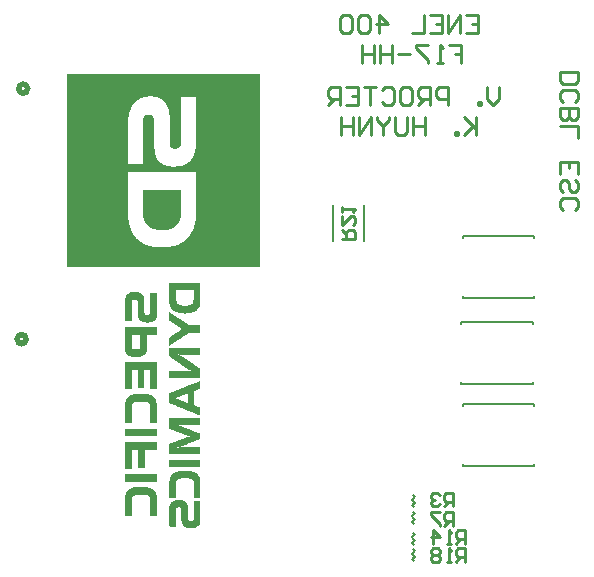
<source format=gbo>
G04*
G04 #@! TF.GenerationSoftware,Altium Limited,Altium Designer,25.5.2 (35)*
G04*
G04 Layer_Color=32896*
%FSLAX25Y25*%
%MOIN*%
G70*
G04*
G04 #@! TF.SameCoordinates,BF0A912C-F189-4BED-A62E-BBCFC2C93B1E*
G04*
G04*
G04 #@! TF.FilePolarity,Positive*
G04*
G01*
G75*
%ADD11C,0.00600*%
%ADD14C,0.02000*%
%ADD15C,0.00630*%
%ADD16C,0.00500*%
%ADD18C,0.00900*%
%ADD20C,0.01000*%
G36*
X186828Y202000D02*
X122500D01*
Y266328D01*
X186828D01*
Y202000D01*
D02*
G37*
G36*
X167062Y189691D02*
X166973D01*
Y189332D01*
X166883D01*
Y188973D01*
X166793D01*
Y188793D01*
X166703D01*
Y188613D01*
X166613D01*
Y188434D01*
X166523D01*
Y188344D01*
X166434D01*
Y188164D01*
X166344D01*
Y188074D01*
X166254D01*
Y187984D01*
X166164D01*
Y187894D01*
X166074D01*
Y187805D01*
X165984D01*
Y187715D01*
X165894D01*
Y187625D01*
X165805D01*
Y187535D01*
X165625D01*
Y187445D01*
X165535D01*
Y187355D01*
X165356D01*
Y187266D01*
X165266D01*
Y187176D01*
X165086D01*
Y187086D01*
X164816D01*
Y186996D01*
X164547D01*
Y186906D01*
X164277D01*
Y186816D01*
X163918D01*
Y186727D01*
X163379D01*
Y186637D01*
X162301D01*
Y186547D01*
X161762D01*
Y186637D01*
X160504D01*
Y186727D01*
X159965D01*
Y186816D01*
X159606D01*
Y186906D01*
X159336D01*
Y186996D01*
X159066D01*
Y187086D01*
X158797D01*
Y187176D01*
X158617D01*
Y187266D01*
X158438D01*
Y187355D01*
X158258D01*
Y187445D01*
X158168D01*
Y187535D01*
X158078D01*
Y187625D01*
X157898D01*
Y187715D01*
X157809D01*
Y187805D01*
X157719D01*
Y187894D01*
X157629D01*
Y187984D01*
X157539D01*
Y188074D01*
X157449D01*
Y188164D01*
X157359D01*
Y188344D01*
X157270D01*
Y188434D01*
X157180D01*
Y188613D01*
X157090D01*
Y188793D01*
X157000D01*
Y189062D01*
X156910D01*
Y189422D01*
X156820D01*
Y189871D01*
X156730D01*
Y196879D01*
X167062D01*
Y189691D01*
D02*
G37*
G36*
X146129Y193644D02*
X146488D01*
Y193555D01*
X146758D01*
Y193465D01*
X147027D01*
Y193375D01*
X147207D01*
Y193285D01*
X147297D01*
Y193195D01*
X147477D01*
Y193105D01*
X147566D01*
Y193016D01*
X147656D01*
Y192926D01*
X147746D01*
Y192836D01*
X147836D01*
Y192746D01*
X147926D01*
Y192656D01*
X148016D01*
Y192477D01*
X148106D01*
Y192297D01*
X148195D01*
Y192027D01*
X148285D01*
Y191668D01*
X148375D01*
Y186816D01*
X148465D01*
Y186547D01*
X148555D01*
Y186367D01*
X148644D01*
Y186277D01*
X148734D01*
Y186188D01*
X148914D01*
Y186098D01*
X149902D01*
Y186188D01*
X150082D01*
Y186277D01*
X150172D01*
Y186367D01*
X150262D01*
Y186457D01*
X150352D01*
Y186637D01*
X150441D01*
Y193465D01*
X152688D01*
Y185559D01*
X152598D01*
Y185199D01*
X152508D01*
Y185020D01*
X152418D01*
Y184840D01*
X152328D01*
Y184660D01*
X152238D01*
Y184570D01*
X152148D01*
Y184481D01*
X152059D01*
Y184391D01*
X151969D01*
Y184301D01*
X151879D01*
Y184211D01*
X151789D01*
Y184121D01*
X151609D01*
Y184031D01*
X151430D01*
Y183941D01*
X151250D01*
Y183852D01*
X151070D01*
Y183762D01*
X150801D01*
Y183672D01*
X150531D01*
Y183582D01*
X149992D01*
Y183492D01*
X148824D01*
Y183582D01*
X148285D01*
Y183672D01*
X148016D01*
Y183762D01*
X147746D01*
Y183852D01*
X147566D01*
Y183941D01*
X147387D01*
Y184031D01*
X147207D01*
Y184121D01*
X147117D01*
Y184211D01*
X147027D01*
Y184301D01*
X146938D01*
Y184391D01*
X146848D01*
Y184481D01*
X146758D01*
Y184570D01*
X146668D01*
Y184660D01*
X146578D01*
Y184840D01*
X146488D01*
Y185020D01*
X146398D01*
Y185199D01*
X146309D01*
Y185648D01*
X146219D01*
Y190500D01*
X146129D01*
Y190770D01*
X146039D01*
Y190859D01*
X145949D01*
Y190949D01*
X145859D01*
Y191039D01*
X145770D01*
Y191129D01*
X145410D01*
Y191219D01*
X145230D01*
Y191129D01*
X144691D01*
Y191039D01*
X144512D01*
Y190949D01*
X144422D01*
Y190859D01*
X144332D01*
Y190680D01*
X144242D01*
Y186906D01*
Y186816D01*
Y184121D01*
X144152D01*
Y184031D01*
X141996D01*
Y191488D01*
X142086D01*
Y191848D01*
X142176D01*
Y192117D01*
X142266D01*
Y192297D01*
X142356D01*
Y192477D01*
X142445D01*
Y192656D01*
X142535D01*
Y192746D01*
X142625D01*
Y192836D01*
X142715D01*
Y192926D01*
X142805D01*
Y193016D01*
X142894D01*
Y193105D01*
X142984D01*
Y193195D01*
X143164D01*
Y193285D01*
X143344D01*
Y193375D01*
X143523D01*
Y193465D01*
X143703D01*
Y193555D01*
X144062D01*
Y193644D01*
X144512D01*
Y193734D01*
X146129D01*
Y193644D01*
D02*
G37*
G36*
X152688Y179449D02*
X149273D01*
Y174238D01*
X149184D01*
Y173879D01*
X149094D01*
Y173609D01*
X149004D01*
Y173430D01*
X148914D01*
Y173340D01*
X148824D01*
Y173160D01*
X148734D01*
Y173070D01*
X148644D01*
Y172980D01*
X148555D01*
Y172891D01*
X148465D01*
Y172801D01*
X148375D01*
Y172711D01*
X148195D01*
Y172621D01*
X148106D01*
Y172531D01*
X147926D01*
Y172441D01*
X147746D01*
Y172352D01*
X147566D01*
Y172262D01*
X147387D01*
Y172172D01*
X147117D01*
Y172082D01*
X146758D01*
Y171992D01*
X146129D01*
Y171902D01*
X145141D01*
Y171992D01*
X144422D01*
Y172082D01*
X144062D01*
Y172172D01*
X143793D01*
Y172262D01*
X143523D01*
Y172352D01*
X143344D01*
Y172441D01*
X143164D01*
Y172531D01*
X143074D01*
Y172621D01*
X142984D01*
Y172711D01*
X142805D01*
Y172801D01*
X142715D01*
Y172891D01*
X142625D01*
Y172980D01*
X142535D01*
Y173070D01*
X142445D01*
Y173250D01*
X142356D01*
Y173340D01*
X142266D01*
Y173520D01*
X142176D01*
Y173789D01*
X142086D01*
Y174148D01*
X141996D01*
Y182055D01*
X143164D01*
Y181965D01*
X152508D01*
Y182055D01*
X152688D01*
Y179449D01*
D02*
G37*
G36*
X156910Y186906D02*
X157000D01*
Y186816D01*
X157090D01*
Y186727D01*
X157270D01*
Y186637D01*
X157359D01*
Y186547D01*
X157539D01*
Y186457D01*
X157629D01*
Y186367D01*
X157809D01*
Y186277D01*
X157898D01*
Y186188D01*
X158078D01*
Y186098D01*
X158168D01*
Y186008D01*
X158348D01*
Y185918D01*
X158438D01*
Y185828D01*
X158617D01*
Y185738D01*
X158707D01*
Y185648D01*
X158887D01*
Y185559D01*
X158977D01*
Y185469D01*
X159156D01*
Y185379D01*
X159246D01*
Y185289D01*
X159426D01*
Y185199D01*
X159516D01*
Y185109D01*
X159695D01*
Y185020D01*
X159785D01*
Y184930D01*
X159965D01*
Y184840D01*
X160055D01*
Y184750D01*
X160234D01*
Y184660D01*
X160324D01*
Y184570D01*
X160504D01*
Y184481D01*
X160594D01*
Y184391D01*
X160773D01*
Y184301D01*
X160863D01*
Y184211D01*
X161043D01*
Y184121D01*
X161223D01*
Y184031D01*
X161312D01*
Y183941D01*
X161492D01*
Y183852D01*
X161582D01*
Y183762D01*
X161762D01*
Y183672D01*
X161852D01*
Y183582D01*
X162031D01*
Y183492D01*
X162211D01*
Y183402D01*
X162301D01*
Y183312D01*
X162480D01*
Y183223D01*
X162570D01*
Y183133D01*
X162750D01*
Y183043D01*
X162840D01*
Y182953D01*
X163020D01*
Y182863D01*
X163109D01*
Y182773D01*
X163289D01*
Y182684D01*
X163469D01*
Y182594D01*
X167062D01*
Y182504D01*
Y180168D01*
X163379D01*
Y180078D01*
X163199D01*
Y179988D01*
X163109D01*
Y179898D01*
X162930D01*
Y179809D01*
X162840D01*
Y179719D01*
X162660D01*
Y179629D01*
X162570D01*
Y179539D01*
X162391D01*
Y179449D01*
X162211D01*
Y179359D01*
X162121D01*
Y179270D01*
X161941D01*
Y179180D01*
X161852D01*
Y179090D01*
X161672D01*
Y179000D01*
X161582D01*
Y178910D01*
X161402D01*
Y178820D01*
X161312D01*
Y178730D01*
X161133D01*
Y178641D01*
X161043D01*
Y178551D01*
X160863D01*
Y178461D01*
X160773D01*
Y178371D01*
X160594D01*
Y178281D01*
X160504D01*
Y178191D01*
X160324D01*
Y178102D01*
X160234D01*
Y178012D01*
X160055D01*
Y177922D01*
X159965D01*
Y177832D01*
X159785D01*
Y177742D01*
X159606D01*
Y177652D01*
X159516D01*
Y177562D01*
X159336D01*
Y177473D01*
X159246D01*
Y177383D01*
X159066D01*
Y177293D01*
X158977D01*
Y177203D01*
X158797D01*
Y177113D01*
X158707D01*
Y177023D01*
X158527D01*
Y176934D01*
X158438D01*
Y176844D01*
X158258D01*
Y176754D01*
X158168D01*
Y176664D01*
X157988D01*
Y176574D01*
X157898D01*
Y176484D01*
X157719D01*
Y176394D01*
X157629D01*
Y176305D01*
X157449D01*
Y176215D01*
X157359D01*
Y176125D01*
X157180D01*
Y176035D01*
X157000D01*
Y175945D01*
X156910D01*
Y175856D01*
X156730D01*
Y178551D01*
X156820D01*
Y178641D01*
X156910D01*
Y178730D01*
X157090D01*
Y178820D01*
X157180D01*
Y178910D01*
X157359D01*
Y179000D01*
X157449D01*
Y179090D01*
X157629D01*
Y179180D01*
X157719D01*
Y179270D01*
X157898D01*
Y179359D01*
X157988D01*
Y179449D01*
X158168D01*
Y179539D01*
X158258D01*
Y179629D01*
X158438D01*
Y179719D01*
X158617D01*
Y179809D01*
X158707D01*
Y179898D01*
X158887D01*
Y179988D01*
X158977D01*
Y180078D01*
X159156D01*
Y180168D01*
X159246D01*
Y180258D01*
X159426D01*
Y180348D01*
X159516D01*
Y180438D01*
X159695D01*
Y180527D01*
X159785D01*
Y180617D01*
X159965D01*
Y180707D01*
X160144D01*
Y180797D01*
X160234D01*
Y180887D01*
X160414D01*
Y180977D01*
X160504D01*
Y181066D01*
X160684D01*
Y181156D01*
X160773D01*
Y181246D01*
X160953D01*
Y181426D01*
X160773D01*
Y181516D01*
X160684D01*
Y181606D01*
X160504D01*
Y181695D01*
X160414D01*
Y181785D01*
X160234D01*
Y181875D01*
X160144D01*
Y181965D01*
X159965D01*
Y182055D01*
X159875D01*
Y182144D01*
X159695D01*
Y182234D01*
X159606D01*
Y182324D01*
X159426D01*
Y182414D01*
X159336D01*
Y182504D01*
X159156D01*
Y182594D01*
X159066D01*
Y182684D01*
X158977D01*
Y182773D01*
X158797D01*
Y182863D01*
X158707D01*
Y182953D01*
X158527D01*
Y183043D01*
X158438D01*
Y183133D01*
X158258D01*
Y183223D01*
X158168D01*
Y183312D01*
X157988D01*
Y183402D01*
X157898D01*
Y183492D01*
X157719D01*
Y183582D01*
X157629D01*
Y183672D01*
X157449D01*
Y183762D01*
X157359D01*
Y183852D01*
X157180D01*
Y183941D01*
X157090D01*
Y184031D01*
X156910D01*
Y184121D01*
X156820D01*
Y184211D01*
X156730D01*
Y186996D01*
X156910D01*
Y186906D01*
D02*
G37*
G36*
X167062Y172801D02*
X160055D01*
Y172891D01*
X159695D01*
Y172801D01*
X159785D01*
Y172711D01*
X160055D01*
Y172621D01*
X160234D01*
Y172531D01*
X160414D01*
Y172441D01*
X160594D01*
Y172352D01*
X160863D01*
Y172262D01*
X161043D01*
Y172172D01*
X161133D01*
Y172082D01*
X161312D01*
Y171992D01*
X161492D01*
Y171902D01*
X161582D01*
Y171812D01*
X161762D01*
Y171723D01*
X161852D01*
Y171633D01*
X162031D01*
Y171543D01*
X162121D01*
Y171453D01*
X162301D01*
Y171363D01*
X162391D01*
Y171273D01*
X162570D01*
Y171184D01*
X162660D01*
Y171094D01*
X162750D01*
Y171004D01*
X162930D01*
Y170914D01*
X163020D01*
Y170824D01*
X163199D01*
Y170734D01*
X163289D01*
Y170644D01*
X163469D01*
Y170555D01*
X163559D01*
Y170465D01*
X163648D01*
Y170375D01*
X163828D01*
Y170285D01*
X163918D01*
Y170195D01*
X164098D01*
Y170106D01*
X164188D01*
Y170016D01*
X164367D01*
Y169926D01*
X164457D01*
Y169836D01*
X164547D01*
Y169746D01*
X164727D01*
Y169656D01*
X164816D01*
Y169566D01*
X164996D01*
Y169477D01*
X165086D01*
Y169387D01*
X165176D01*
Y169297D01*
X165356D01*
Y169207D01*
X165445D01*
Y169117D01*
X165535D01*
Y169027D01*
X165715D01*
Y168938D01*
X165805D01*
Y168848D01*
X165984D01*
Y168758D01*
X166074D01*
Y168668D01*
X166164D01*
Y168578D01*
X166344D01*
Y168488D01*
X166434D01*
Y168398D01*
X166613D01*
Y168309D01*
X166703D01*
Y168219D01*
X166883D01*
Y168129D01*
X166973D01*
Y168039D01*
X167062D01*
Y165164D01*
X156730D01*
Y167410D01*
X164008D01*
Y167500D01*
X163828D01*
Y167590D01*
X163648D01*
Y167680D01*
X163469D01*
Y167770D01*
X163289D01*
Y167859D01*
X163109D01*
Y167949D01*
X162930D01*
Y168039D01*
X162750D01*
Y168129D01*
X162570D01*
Y168219D01*
X162391D01*
Y168309D01*
X162301D01*
Y168398D01*
X162121D01*
Y168488D01*
X161941D01*
Y168578D01*
X161852D01*
Y168668D01*
X161672D01*
Y168758D01*
X161582D01*
Y168848D01*
X161492D01*
Y168938D01*
X161312D01*
Y169027D01*
X161223D01*
Y169117D01*
X161043D01*
Y169207D01*
X160953D01*
Y169297D01*
X160863D01*
Y169387D01*
X160684D01*
Y169477D01*
X160594D01*
Y169566D01*
X160504D01*
Y169656D01*
X160324D01*
Y169746D01*
X160234D01*
Y169836D01*
X160144D01*
Y169926D01*
X159965D01*
Y170016D01*
X159875D01*
Y170106D01*
X159695D01*
Y170195D01*
X159606D01*
Y170285D01*
X159516D01*
Y170375D01*
X159336D01*
Y170465D01*
X159246D01*
Y170555D01*
X159066D01*
Y170644D01*
X158977D01*
Y170734D01*
X158797D01*
Y170824D01*
X158707D01*
Y170914D01*
X158617D01*
Y171004D01*
X158438D01*
Y171094D01*
X158348D01*
Y171184D01*
X158168D01*
Y171273D01*
X158078D01*
Y171363D01*
X157898D01*
Y171453D01*
X157809D01*
Y171543D01*
X157719D01*
Y171633D01*
X157539D01*
Y171723D01*
X157449D01*
Y171812D01*
X157270D01*
Y171902D01*
X157180D01*
Y171992D01*
X157090D01*
Y172082D01*
X156910D01*
Y172172D01*
X156820D01*
Y172262D01*
X156730D01*
Y175137D01*
X167062D01*
Y172801D01*
D02*
G37*
G36*
X152688Y161301D02*
X150441D01*
Y167859D01*
X148375D01*
Y161840D01*
X148285D01*
Y161750D01*
X146668D01*
Y161840D01*
X146578D01*
Y161750D01*
X146488D01*
Y161840D01*
X146398D01*
Y161750D01*
X146219D01*
Y161840D01*
X146129D01*
Y161930D01*
X146219D01*
Y167859D01*
X144152D01*
Y167500D01*
Y167410D01*
Y161660D01*
X144242D01*
Y161570D01*
X144152D01*
Y161480D01*
X144242D01*
Y161391D01*
X144152D01*
Y161301D01*
X141996D01*
Y170465D01*
X152688D01*
Y161301D01*
D02*
G37*
G36*
X167062Y161480D02*
X166883D01*
Y161391D01*
X166613D01*
Y161301D01*
X166434D01*
Y161211D01*
X166254D01*
Y161121D01*
X165984D01*
Y161031D01*
X165805D01*
Y160941D01*
X165535D01*
Y160852D01*
X165356D01*
Y160762D01*
X165086D01*
Y155910D01*
X165176D01*
Y155820D01*
X165445D01*
Y155730D01*
X165625D01*
Y155641D01*
X165894D01*
Y155551D01*
X166074D01*
Y155461D01*
X166344D01*
Y155371D01*
X166523D01*
Y155281D01*
X166793D01*
Y155191D01*
X167062D01*
Y152496D01*
X166883D01*
Y152586D01*
X166703D01*
Y152676D01*
X166523D01*
Y152766D01*
X166254D01*
Y152856D01*
X165984D01*
Y152945D01*
X165805D01*
Y153035D01*
X165535D01*
Y153125D01*
X165356D01*
Y153215D01*
X165176D01*
Y153305D01*
X164906D01*
Y153394D01*
X164727D01*
Y153484D01*
X164457D01*
Y153574D01*
X164277D01*
Y153664D01*
X164008D01*
Y153754D01*
X163828D01*
Y153844D01*
X163559D01*
Y153934D01*
X163379D01*
Y154023D01*
X163199D01*
Y154113D01*
X162930D01*
Y154203D01*
X162750D01*
Y154293D01*
X162480D01*
Y154383D01*
X162301D01*
Y154473D01*
X162031D01*
Y154562D01*
X161852D01*
Y154652D01*
X161582D01*
Y154742D01*
X161402D01*
Y154832D01*
X161133D01*
Y154922D01*
X160953D01*
Y155012D01*
X160773D01*
Y155102D01*
X160504D01*
Y155191D01*
X160234D01*
Y155281D01*
X160055D01*
Y155371D01*
X159875D01*
Y155461D01*
X159606D01*
Y155551D01*
X159426D01*
Y155641D01*
X159156D01*
Y155730D01*
X158977D01*
Y155820D01*
X158797D01*
Y155910D01*
X158527D01*
Y156000D01*
X158348D01*
Y156090D01*
X158078D01*
Y156180D01*
X157898D01*
Y156270D01*
X157629D01*
Y156359D01*
X157449D01*
Y156449D01*
X157270D01*
Y156539D01*
X157000D01*
Y156629D01*
X156820D01*
Y156719D01*
X156730D01*
Y159953D01*
X156820D01*
Y160043D01*
X157000D01*
Y160133D01*
X157180D01*
Y160223D01*
X157449D01*
Y160312D01*
X157719D01*
Y160402D01*
X157898D01*
Y160492D01*
X158168D01*
Y160582D01*
X158348D01*
Y160672D01*
X158617D01*
Y160762D01*
X158797D01*
Y160852D01*
X159066D01*
Y160941D01*
X159246D01*
Y161031D01*
X159516D01*
Y161121D01*
X159695D01*
Y161211D01*
X159965D01*
Y161301D01*
X160144D01*
Y161391D01*
X160414D01*
Y161480D01*
X160594D01*
Y161570D01*
X160863D01*
Y161660D01*
X161043D01*
Y161750D01*
X161312D01*
Y161840D01*
X161492D01*
Y161930D01*
X161762D01*
Y162020D01*
X161941D01*
Y162109D01*
X162211D01*
Y162199D01*
X162391D01*
Y162289D01*
X162660D01*
Y162379D01*
X162840D01*
Y162469D01*
X163109D01*
Y162559D01*
X163289D01*
Y162648D01*
X163559D01*
Y162738D01*
X163738D01*
Y162828D01*
X164008D01*
Y162918D01*
X164188D01*
Y163008D01*
X164457D01*
Y163098D01*
X164637D01*
Y163188D01*
X164906D01*
Y163277D01*
X165086D01*
Y163367D01*
X165356D01*
Y163457D01*
X165535D01*
Y163547D01*
X165805D01*
Y163637D01*
X165984D01*
Y163727D01*
X166254D01*
Y163816D01*
X166523D01*
Y163906D01*
X166703D01*
Y163996D01*
X166973D01*
Y164086D01*
X167062D01*
Y161480D01*
D02*
G37*
G36*
X147656Y159773D02*
X148824D01*
Y159684D01*
X149453D01*
Y159594D01*
X149902D01*
Y159504D01*
X150172D01*
Y159414D01*
X150441D01*
Y159324D01*
X150621D01*
Y159234D01*
X150801D01*
Y159144D01*
X150980D01*
Y159055D01*
X151070D01*
Y158965D01*
X151250D01*
Y158875D01*
X151340D01*
Y158785D01*
X151430D01*
Y158695D01*
X151520D01*
Y158606D01*
X151609D01*
Y158516D01*
X151699D01*
Y158426D01*
X151789D01*
Y158336D01*
X151879D01*
Y158156D01*
X151969D01*
Y158066D01*
X152059D01*
Y157887D01*
X152148D01*
Y157707D01*
X152238D01*
Y157438D01*
X152328D01*
Y157168D01*
X152418D01*
Y156809D01*
X152508D01*
Y156359D01*
X152598D01*
Y150070D01*
X150441D01*
Y155641D01*
X150352D01*
Y156090D01*
X150262D01*
Y156270D01*
X150172D01*
Y156449D01*
X150082D01*
Y156539D01*
X149992D01*
Y156629D01*
X149902D01*
Y156719D01*
X149812D01*
Y156809D01*
X149633D01*
Y156898D01*
X149453D01*
Y156988D01*
X149094D01*
Y157078D01*
X148465D01*
Y157168D01*
X146039D01*
Y157078D01*
X145500D01*
Y156988D01*
X145141D01*
Y156898D01*
X144871D01*
Y156809D01*
X144781D01*
Y156719D01*
X144691D01*
Y156629D01*
X144602D01*
Y156539D01*
X144512D01*
Y156449D01*
X144422D01*
Y156359D01*
X144332D01*
Y156090D01*
X144242D01*
Y155730D01*
X144152D01*
Y150070D01*
X141996D01*
Y156449D01*
X142086D01*
Y156898D01*
X142176D01*
Y157258D01*
X142266D01*
Y157527D01*
X142356D01*
Y157707D01*
X142445D01*
Y157887D01*
X142535D01*
Y158066D01*
X142625D01*
Y158246D01*
X142715D01*
Y158336D01*
X142805D01*
Y158516D01*
X142894D01*
Y158606D01*
X142984D01*
Y158695D01*
X143074D01*
Y158785D01*
X143164D01*
Y158875D01*
X143254D01*
Y158965D01*
X143434D01*
Y159055D01*
X143523D01*
Y159144D01*
X143703D01*
Y159234D01*
X143883D01*
Y159324D01*
X144062D01*
Y159414D01*
X144242D01*
Y159504D01*
X144602D01*
Y159594D01*
X144961D01*
Y159684D01*
X145500D01*
Y159773D01*
X146578D01*
Y159863D01*
X147656D01*
Y159773D01*
D02*
G37*
G36*
X167062Y149262D02*
X159965D01*
Y149352D01*
X159695D01*
Y149262D01*
X159785D01*
Y149172D01*
X160055D01*
Y149082D01*
X160414D01*
Y148992D01*
X160684D01*
Y148902D01*
X160953D01*
Y148812D01*
X161133D01*
Y148723D01*
X161402D01*
Y148633D01*
X161672D01*
Y148543D01*
X161852D01*
Y148453D01*
X162121D01*
Y148363D01*
X162301D01*
Y148273D01*
X162570D01*
Y148184D01*
X162750D01*
Y148094D01*
X163020D01*
Y148004D01*
X163199D01*
Y147914D01*
X163469D01*
Y147824D01*
X163648D01*
Y147734D01*
X163918D01*
Y147644D01*
X164188D01*
Y147555D01*
X164367D01*
Y147465D01*
X164637D01*
Y147375D01*
X164816D01*
Y147285D01*
X165086D01*
Y147195D01*
X165356D01*
Y147106D01*
X165535D01*
Y147016D01*
X165805D01*
Y146926D01*
X166074D01*
Y146836D01*
X166344D01*
Y146746D01*
X166613D01*
Y146656D01*
X166883D01*
Y146566D01*
X167062D01*
Y144680D01*
X166793D01*
Y144590D01*
X166523D01*
Y144500D01*
X166254D01*
Y144410D01*
X166074D01*
Y144320D01*
X165805D01*
Y144230D01*
X165535D01*
Y144141D01*
X165356D01*
Y144051D01*
X165086D01*
Y143961D01*
X164906D01*
Y143871D01*
X164637D01*
Y143781D01*
X164457D01*
Y143691D01*
X164188D01*
Y143602D01*
X164008D01*
Y143512D01*
X163738D01*
Y143422D01*
X163559D01*
Y143332D01*
X163289D01*
Y143242D01*
X163109D01*
Y143152D01*
X162930D01*
Y143062D01*
X162660D01*
Y142973D01*
X162480D01*
Y142883D01*
X162211D01*
Y142793D01*
X162031D01*
Y142703D01*
X161762D01*
Y142613D01*
X161582D01*
Y142523D01*
X161312D01*
Y142434D01*
X161133D01*
Y142344D01*
X160863D01*
Y142254D01*
X160594D01*
Y142164D01*
X160324D01*
Y142074D01*
X159965D01*
Y141984D01*
X159606D01*
Y141894D01*
X159336D01*
Y141805D01*
X159875D01*
Y141894D01*
X167062D01*
Y139559D01*
X156730D01*
Y143152D01*
X156910D01*
Y143242D01*
X157180D01*
Y143332D01*
X157449D01*
Y143422D01*
X157629D01*
Y143512D01*
X157898D01*
Y143602D01*
X158168D01*
Y143691D01*
X158348D01*
Y143781D01*
X158617D01*
Y143871D01*
X158887D01*
Y143961D01*
X159156D01*
Y144051D01*
X159336D01*
Y144141D01*
X159606D01*
Y144230D01*
X159875D01*
Y144320D01*
X160144D01*
Y144410D01*
X160324D01*
Y144500D01*
X160594D01*
Y144590D01*
X160863D01*
Y144680D01*
X161133D01*
Y144770D01*
X161402D01*
Y144859D01*
X161672D01*
Y144949D01*
X161852D01*
Y145039D01*
X162121D01*
Y145129D01*
X162391D01*
Y145219D01*
X162660D01*
Y145309D01*
X162930D01*
Y145398D01*
X163199D01*
Y145488D01*
X163648D01*
Y145578D01*
X163738D01*
Y145668D01*
X163289D01*
Y145758D01*
X163020D01*
Y145848D01*
X162660D01*
Y145938D01*
X162391D01*
Y146027D01*
X162211D01*
Y146117D01*
X161941D01*
Y146207D01*
X161672D01*
Y146297D01*
X161402D01*
Y146387D01*
X161223D01*
Y146477D01*
X160953D01*
Y146566D01*
X160684D01*
Y146656D01*
X160504D01*
Y146746D01*
X160234D01*
Y146836D01*
X159965D01*
Y146926D01*
X159695D01*
Y147016D01*
X159516D01*
Y147106D01*
X159246D01*
Y147195D01*
X158977D01*
Y147285D01*
X158797D01*
Y147375D01*
X158527D01*
Y147465D01*
X158258D01*
Y147555D01*
X158078D01*
Y147644D01*
X157809D01*
Y147734D01*
X157539D01*
Y147824D01*
X157270D01*
Y147914D01*
X157090D01*
Y148004D01*
X156820D01*
Y148094D01*
X156730D01*
Y151598D01*
X167062D01*
Y149262D01*
D02*
G37*
G36*
X152598Y148094D02*
X152688D01*
Y145668D01*
X142176D01*
Y145578D01*
X141996D01*
Y148184D01*
X152598D01*
Y148094D01*
D02*
G37*
G36*
X167062Y135426D02*
X156730D01*
Y137762D01*
X167062D01*
Y135426D01*
D02*
G37*
G36*
X152688Y141086D02*
X152598D01*
Y140996D01*
X148555D01*
Y135156D01*
X146398D01*
Y140996D01*
X144242D01*
Y134617D01*
X141996D01*
Y143602D01*
X152688D01*
Y141086D01*
D02*
G37*
G36*
Y130754D02*
Y130664D01*
Y130394D01*
X141996D01*
Y133000D01*
X152688D01*
Y130754D01*
D02*
G37*
G36*
X162930Y133988D02*
X163828D01*
Y133898D01*
X164277D01*
Y133809D01*
X164637D01*
Y133719D01*
X164906D01*
Y133629D01*
X165176D01*
Y133539D01*
X165356D01*
Y133449D01*
X165535D01*
Y133359D01*
X165715D01*
Y133270D01*
X165805D01*
Y133180D01*
X165894D01*
Y133090D01*
X166074D01*
Y133000D01*
X166164D01*
Y132910D01*
X166254D01*
Y132730D01*
X166344D01*
Y132641D01*
X166434D01*
Y132551D01*
X166523D01*
Y132371D01*
X166613D01*
Y132191D01*
X166703D01*
Y132012D01*
X166793D01*
Y131742D01*
X166883D01*
Y131383D01*
X166973D01*
Y130844D01*
X167062D01*
Y125094D01*
X164996D01*
Y130215D01*
X164906D01*
Y130574D01*
X164816D01*
Y130754D01*
X164727D01*
Y130934D01*
X164637D01*
Y131023D01*
X164547D01*
Y131113D01*
X164457D01*
Y131203D01*
X164277D01*
Y131293D01*
X164098D01*
Y131383D01*
X163828D01*
Y131473D01*
X163199D01*
Y131562D01*
X160594D01*
Y131473D01*
X160055D01*
Y131383D01*
X159785D01*
Y131293D01*
X159606D01*
Y131203D01*
X159426D01*
Y131113D01*
X159336D01*
Y131023D01*
X159246D01*
Y130934D01*
X159156D01*
Y130844D01*
X159066D01*
Y130574D01*
X158977D01*
Y130215D01*
X158887D01*
Y125094D01*
X156730D01*
Y128418D01*
Y128508D01*
Y130754D01*
X156820D01*
Y131293D01*
X156910D01*
Y131562D01*
X157000D01*
Y131832D01*
X157090D01*
Y132102D01*
X157180D01*
Y132281D01*
X157270D01*
Y132461D01*
X157359D01*
Y132551D01*
X157449D01*
Y132641D01*
X157539D01*
Y132820D01*
X157629D01*
Y132910D01*
X157719D01*
Y133000D01*
X157809D01*
Y133090D01*
X157898D01*
Y133180D01*
X158078D01*
Y133270D01*
X158168D01*
Y133359D01*
X158348D01*
Y133449D01*
X158438D01*
Y133539D01*
X158617D01*
Y133629D01*
X158887D01*
Y133719D01*
X159156D01*
Y133809D01*
X159516D01*
Y133898D01*
X159965D01*
Y133988D01*
X160684D01*
Y134078D01*
X162930D01*
Y133988D01*
D02*
G37*
G36*
X148375Y128688D02*
X149184D01*
Y128598D01*
X149723D01*
Y128508D01*
X150082D01*
Y128418D01*
X150352D01*
Y128328D01*
X150531D01*
Y128238D01*
X150711D01*
Y128148D01*
X150891D01*
Y128059D01*
X151070D01*
Y127969D01*
X151160D01*
Y127879D01*
X151340D01*
Y127789D01*
X151430D01*
Y127699D01*
X151520D01*
Y127609D01*
X151609D01*
Y127520D01*
X151699D01*
Y127430D01*
X151789D01*
Y127340D01*
X151879D01*
Y127250D01*
X151969D01*
Y127070D01*
X152059D01*
Y126980D01*
X152148D01*
Y126801D01*
X152238D01*
Y126621D01*
X152328D01*
Y126352D01*
X152418D01*
Y126082D01*
X152508D01*
Y125723D01*
X152598D01*
Y125094D01*
X152688D01*
Y118984D01*
X152598D01*
Y118895D01*
X150441D01*
Y122668D01*
Y122758D01*
Y124914D01*
X150352D01*
Y125184D01*
X150262D01*
Y125363D01*
X150172D01*
Y125453D01*
X150082D01*
Y125543D01*
X149992D01*
Y125633D01*
X149902D01*
Y125723D01*
X149723D01*
Y125812D01*
X149453D01*
Y125902D01*
X149184D01*
Y125992D01*
X148465D01*
Y126082D01*
X145949D01*
Y125992D01*
X145410D01*
Y125902D01*
X145141D01*
Y125812D01*
X144961D01*
Y125723D01*
X144781D01*
Y125633D01*
X144691D01*
Y125543D01*
X144602D01*
Y125453D01*
X144512D01*
Y125363D01*
X144422D01*
Y125184D01*
X144332D01*
Y124914D01*
X144242D01*
Y118895D01*
X141996D01*
Y125453D01*
X142086D01*
Y125902D01*
X142176D01*
Y126262D01*
X142266D01*
Y126441D01*
X142356D01*
Y126711D01*
X142445D01*
Y126891D01*
X142535D01*
Y126980D01*
X142625D01*
Y127160D01*
X142715D01*
Y127340D01*
X142805D01*
Y127430D01*
X142894D01*
Y127520D01*
X142984D01*
Y127609D01*
X143074D01*
Y127699D01*
X143164D01*
Y127789D01*
X143254D01*
Y127879D01*
X143434D01*
Y127969D01*
X143523D01*
Y128059D01*
X143703D01*
Y128148D01*
X143793D01*
Y128238D01*
X144062D01*
Y128328D01*
X144242D01*
Y128418D01*
X144512D01*
Y128508D01*
X144781D01*
Y128598D01*
X145320D01*
Y128688D01*
X146129D01*
Y128777D01*
X148375D01*
Y128688D01*
D02*
G37*
G36*
X160594Y124375D02*
X161043D01*
Y124285D01*
X161312D01*
Y124195D01*
X161582D01*
Y124106D01*
X161672D01*
Y124016D01*
X161852D01*
Y123926D01*
X162031D01*
Y123836D01*
X162121D01*
Y123746D01*
X162211D01*
Y123656D01*
X162301D01*
Y123566D01*
X162391D01*
Y123477D01*
X162480D01*
Y123297D01*
X162570D01*
Y123207D01*
X162660D01*
Y123027D01*
X162750D01*
Y122758D01*
X162840D01*
Y122309D01*
X162930D01*
Y118176D01*
X163020D01*
Y117816D01*
X163109D01*
Y117727D01*
X163199D01*
Y117637D01*
X163289D01*
Y117547D01*
X163469D01*
Y117457D01*
X164457D01*
Y117547D01*
X164637D01*
Y117637D01*
X164727D01*
Y117727D01*
X164816D01*
Y117906D01*
X164906D01*
Y124016D01*
X164996D01*
Y124106D01*
X167062D01*
Y116918D01*
X166973D01*
Y116559D01*
X166883D01*
Y116379D01*
X166793D01*
Y116199D01*
X166703D01*
Y116109D01*
X166613D01*
Y116019D01*
X166523D01*
Y115840D01*
X166434D01*
Y115750D01*
X166254D01*
Y115660D01*
X166164D01*
Y115570D01*
X166074D01*
Y115480D01*
X165894D01*
Y115391D01*
X165715D01*
Y115301D01*
X165535D01*
Y115211D01*
X165266D01*
Y115121D01*
X164906D01*
Y115031D01*
X164367D01*
Y114941D01*
X163469D01*
Y115031D01*
X162840D01*
Y115121D01*
X162570D01*
Y115211D01*
X162301D01*
Y115301D01*
X162121D01*
Y115391D01*
X161941D01*
Y115480D01*
X161762D01*
Y115570D01*
X161672D01*
Y115660D01*
X161492D01*
Y115750D01*
X161402D01*
Y115840D01*
X161312D01*
Y116019D01*
X161223D01*
Y116109D01*
X161133D01*
Y116289D01*
X161043D01*
Y116469D01*
X160953D01*
Y116738D01*
X160863D01*
Y117367D01*
X160773D01*
Y121320D01*
X160684D01*
Y121590D01*
X160594D01*
Y121680D01*
X160504D01*
Y121769D01*
X160414D01*
Y121859D01*
X160234D01*
Y121949D01*
X159516D01*
Y121859D01*
X159246D01*
Y121769D01*
X159156D01*
Y121680D01*
X159066D01*
Y121590D01*
X158977D01*
Y121320D01*
X158887D01*
Y115480D01*
X156820D01*
Y115570D01*
X156730D01*
Y119434D01*
Y119523D01*
Y122309D01*
X156820D01*
Y122668D01*
X156910D01*
Y122938D01*
X157000D01*
Y123117D01*
X157090D01*
Y123207D01*
X157180D01*
Y123387D01*
X157270D01*
Y123477D01*
X157359D01*
Y123566D01*
X157449D01*
Y123656D01*
X157539D01*
Y123746D01*
X157629D01*
Y123836D01*
X157809D01*
Y123926D01*
X157898D01*
Y124016D01*
X158078D01*
Y124106D01*
X158258D01*
Y124195D01*
X158527D01*
Y124285D01*
X158887D01*
Y124375D01*
X159336D01*
Y124465D01*
X160594D01*
Y124375D01*
D02*
G37*
%LPC*%
G36*
X151250Y258961D02*
X149453D01*
Y258871D01*
X148914D01*
Y258781D01*
X148465D01*
Y258691D01*
X148106D01*
Y258602D01*
X147836D01*
Y258512D01*
X147566D01*
Y258422D01*
X147387D01*
Y258332D01*
X147117D01*
Y258242D01*
X146938D01*
Y258152D01*
X146758D01*
Y258063D01*
X146668D01*
Y257973D01*
X146488D01*
Y257883D01*
X146398D01*
Y257793D01*
X146219D01*
Y257703D01*
X146129D01*
Y257613D01*
X145949D01*
Y257523D01*
X145859D01*
Y257434D01*
X145770D01*
Y257344D01*
X145680D01*
Y257254D01*
X145590D01*
Y257164D01*
X145500D01*
Y257074D01*
X145410D01*
Y256984D01*
X145320D01*
Y256894D01*
X145230D01*
Y256805D01*
X145141D01*
Y256715D01*
X145051D01*
Y256625D01*
X144961D01*
Y256535D01*
X144871D01*
Y256445D01*
X144781D01*
Y256266D01*
X144691D01*
Y256176D01*
X144602D01*
Y256086D01*
X144512D01*
Y255906D01*
X144422D01*
Y255727D01*
X144332D01*
Y255637D01*
X144242D01*
Y255457D01*
X144152D01*
Y255277D01*
X144062D01*
Y255098D01*
X143973D01*
Y254918D01*
X143883D01*
Y254738D01*
X143793D01*
Y254469D01*
X143703D01*
Y254199D01*
X143613D01*
Y254019D01*
X143523D01*
Y253750D01*
X143434D01*
Y253391D01*
X143344D01*
Y253031D01*
X143254D01*
Y252582D01*
X143164D01*
Y252133D01*
X143074D01*
Y251324D01*
X142984D01*
Y236410D01*
X147836D01*
Y236500D01*
X147926D01*
Y251055D01*
X148016D01*
Y251414D01*
X148106D01*
Y251773D01*
X148195D01*
Y251953D01*
X148285D01*
Y252133D01*
X148375D01*
Y252312D01*
X148465D01*
Y252402D01*
X148555D01*
Y252492D01*
X148644D01*
Y252582D01*
X148824D01*
Y252672D01*
X148914D01*
Y252762D01*
X149184D01*
Y252852D01*
X150441D01*
Y252762D01*
X150711D01*
Y252672D01*
X150801D01*
Y252582D01*
X150980D01*
Y252492D01*
X151070D01*
Y252402D01*
X151160D01*
Y252223D01*
X151250D01*
Y252133D01*
X151340D01*
Y251953D01*
X151430D01*
Y251594D01*
X151520D01*
Y251234D01*
X151609D01*
Y242519D01*
X151699D01*
Y241262D01*
X151789D01*
Y240543D01*
X151879D01*
Y240094D01*
X151969D01*
Y239734D01*
X152059D01*
Y239375D01*
X152148D01*
Y239106D01*
X152238D01*
Y238836D01*
X152328D01*
Y238656D01*
X152418D01*
Y238477D01*
X152508D01*
Y238297D01*
X152598D01*
Y238117D01*
X152688D01*
Y237937D01*
X152777D01*
Y237848D01*
X152867D01*
Y237668D01*
X152957D01*
Y237578D01*
X153047D01*
Y237488D01*
X153137D01*
Y237398D01*
X153227D01*
Y237309D01*
X153316D01*
Y237219D01*
X153406D01*
Y237129D01*
X153496D01*
Y237039D01*
X153586D01*
Y236949D01*
X153676D01*
Y236859D01*
X153766D01*
Y236770D01*
X153856D01*
Y236680D01*
X154035D01*
Y236590D01*
X154125D01*
Y236500D01*
X154305D01*
Y236410D01*
X154394D01*
Y236320D01*
X154574D01*
Y236230D01*
X154754D01*
Y236141D01*
X155023D01*
Y236051D01*
X155203D01*
Y235961D01*
X155473D01*
Y235871D01*
X155742D01*
Y235781D01*
X156102D01*
Y235691D01*
X156641D01*
Y235602D01*
X157449D01*
Y235512D01*
X159066D01*
Y235602D01*
X159875D01*
Y235691D01*
X160414D01*
Y235781D01*
X160773D01*
Y235871D01*
X161133D01*
Y235961D01*
X161402D01*
Y236051D01*
X161672D01*
Y236141D01*
X161941D01*
Y236230D01*
X162121D01*
Y236320D01*
X162301D01*
Y236410D01*
X162480D01*
Y236500D01*
X162570D01*
Y236590D01*
X162750D01*
Y236680D01*
X162840D01*
Y236770D01*
X163020D01*
Y236859D01*
X163109D01*
Y236949D01*
X163199D01*
Y237039D01*
X163379D01*
Y237129D01*
X163469D01*
Y237219D01*
X163559D01*
Y237309D01*
X163648D01*
Y237398D01*
X163738D01*
Y237488D01*
X163828D01*
Y237578D01*
X163918D01*
Y237758D01*
X164008D01*
Y237848D01*
X164098D01*
Y237937D01*
X164188D01*
Y238117D01*
X164277D01*
Y238207D01*
X164367D01*
Y238387D01*
X164457D01*
Y238477D01*
X164547D01*
Y238656D01*
X164637D01*
Y238836D01*
X164727D01*
Y239016D01*
X164816D01*
Y239285D01*
X164906D01*
Y239465D01*
X164996D01*
Y239734D01*
X165086D01*
Y240004D01*
X165176D01*
Y240273D01*
X165266D01*
Y240543D01*
X165356D01*
Y240902D01*
X165445D01*
Y241352D01*
X165535D01*
Y241801D01*
X165625D01*
Y242609D01*
X165715D01*
Y258691D01*
X160773D01*
Y243328D01*
X160684D01*
Y242969D01*
X160594D01*
Y242609D01*
X160504D01*
Y242430D01*
X160414D01*
Y242250D01*
X160324D01*
Y242160D01*
X160234D01*
Y242070D01*
X160144D01*
Y241981D01*
X160055D01*
Y241891D01*
X159965D01*
Y241801D01*
X159875D01*
Y241711D01*
X159695D01*
Y241621D01*
X159426D01*
Y241531D01*
X159156D01*
Y241441D01*
X158168D01*
Y241531D01*
X157809D01*
Y241621D01*
X157629D01*
Y241711D01*
X157449D01*
Y241801D01*
X157359D01*
Y241891D01*
X157270D01*
Y241981D01*
X157180D01*
Y242160D01*
X157090D01*
Y242340D01*
X157000D01*
Y242519D01*
X156910D01*
Y243148D01*
X156820D01*
Y252672D01*
X156730D01*
Y253301D01*
X156641D01*
Y253930D01*
X156551D01*
Y254199D01*
X156461D01*
Y254559D01*
X156371D01*
Y254828D01*
X156281D01*
Y255098D01*
X156191D01*
Y255367D01*
X156102D01*
Y255547D01*
X156012D01*
Y255727D01*
X155922D01*
Y255906D01*
X155832D01*
Y256086D01*
X155742D01*
Y256266D01*
X155652D01*
Y256356D01*
X155562D01*
Y256535D01*
X155473D01*
Y256625D01*
X155383D01*
Y256715D01*
X155293D01*
Y256894D01*
X155203D01*
Y256984D01*
X155113D01*
Y257074D01*
X155023D01*
Y257164D01*
X154934D01*
Y257254D01*
X154844D01*
Y257344D01*
X154754D01*
Y257434D01*
X154664D01*
Y257523D01*
X154574D01*
Y257613D01*
X154484D01*
Y257703D01*
X154394D01*
Y257793D01*
X154215D01*
Y257883D01*
X154125D01*
Y257973D01*
X153945D01*
Y258063D01*
X153856D01*
Y258152D01*
X153676D01*
Y258242D01*
X153496D01*
Y258332D01*
X153316D01*
Y258422D01*
X153137D01*
Y258512D01*
X152867D01*
Y258602D01*
X152598D01*
Y258691D01*
X152238D01*
Y258781D01*
X151879D01*
Y258871D01*
X151250D01*
Y258961D01*
D02*
G37*
G36*
X165715Y233625D02*
X142894D01*
Y225629D01*
X142984D01*
Y218531D01*
X143074D01*
Y217723D01*
X143164D01*
Y217184D01*
X143254D01*
Y216645D01*
X143344D01*
Y216285D01*
X143434D01*
Y215926D01*
X143523D01*
Y215566D01*
X143613D01*
Y215297D01*
X143703D01*
Y215027D01*
X143793D01*
Y214848D01*
X143883D01*
Y214578D01*
X143973D01*
Y214398D01*
X144062D01*
Y214129D01*
X144152D01*
Y213949D01*
X144242D01*
Y213770D01*
X144332D01*
Y213590D01*
X144422D01*
Y213410D01*
X144512D01*
Y213230D01*
X144602D01*
Y213141D01*
X144691D01*
Y212961D01*
X144781D01*
Y212781D01*
X144871D01*
Y212691D01*
X144961D01*
Y212602D01*
X145051D01*
Y212422D01*
X145141D01*
Y212332D01*
X145230D01*
Y212152D01*
X145320D01*
Y212063D01*
X145410D01*
Y211973D01*
X145500D01*
Y211883D01*
X145590D01*
Y211793D01*
X145680D01*
Y211613D01*
X145770D01*
Y211523D01*
X145859D01*
Y211434D01*
X145949D01*
Y211344D01*
X146039D01*
Y211254D01*
X146129D01*
Y211164D01*
X146219D01*
Y211074D01*
X146309D01*
Y210984D01*
X146488D01*
Y210894D01*
X146578D01*
Y210805D01*
X146668D01*
Y210715D01*
X146758D01*
Y210625D01*
X146938D01*
Y210535D01*
X147027D01*
Y210445D01*
X147207D01*
Y210355D01*
X147297D01*
Y210266D01*
X147477D01*
Y210176D01*
X147566D01*
Y210086D01*
X147746D01*
Y209996D01*
X147926D01*
Y209906D01*
X148106D01*
Y209816D01*
X148285D01*
Y209727D01*
X148465D01*
Y209637D01*
X148644D01*
Y209547D01*
X148914D01*
Y209457D01*
X149094D01*
Y209367D01*
X149363D01*
Y209277D01*
X149633D01*
Y209188D01*
X149992D01*
Y209098D01*
X150262D01*
Y209008D01*
X150621D01*
Y208918D01*
X151070D01*
Y208828D01*
X151520D01*
Y208738D01*
X152148D01*
Y208648D01*
X153137D01*
Y208559D01*
X155383D01*
Y208648D01*
X156371D01*
Y208738D01*
X157000D01*
Y208828D01*
X157449D01*
Y208918D01*
X157898D01*
Y209008D01*
X158258D01*
Y209098D01*
X158527D01*
Y209188D01*
X158887D01*
Y209277D01*
X159156D01*
Y209367D01*
X159336D01*
Y209457D01*
X159606D01*
Y209547D01*
X159785D01*
Y209637D01*
X160055D01*
Y209727D01*
X160234D01*
Y209816D01*
X160414D01*
Y209906D01*
X160504D01*
Y209996D01*
X160684D01*
Y210086D01*
X160863D01*
Y210176D01*
X161043D01*
Y210266D01*
X161133D01*
Y210355D01*
X161312D01*
Y210445D01*
X161402D01*
Y210535D01*
X161582D01*
Y210625D01*
X161672D01*
Y210715D01*
X161762D01*
Y210805D01*
X161852D01*
Y210894D01*
X162031D01*
Y210984D01*
X162121D01*
Y211074D01*
X162211D01*
Y211164D01*
X162301D01*
Y211254D01*
X162391D01*
Y211344D01*
X162480D01*
Y211434D01*
X162570D01*
Y211523D01*
X162660D01*
Y211613D01*
X162750D01*
Y211703D01*
X162840D01*
Y211793D01*
X162930D01*
Y211883D01*
X163020D01*
Y211973D01*
X163109D01*
Y212152D01*
X163199D01*
Y212242D01*
X163289D01*
Y212332D01*
X163379D01*
Y212422D01*
X163469D01*
Y212602D01*
X163559D01*
Y212691D01*
X163648D01*
Y212871D01*
X163738D01*
Y212961D01*
X163828D01*
Y213141D01*
X163918D01*
Y213230D01*
X164008D01*
Y213410D01*
X164098D01*
Y213590D01*
X164188D01*
Y213680D01*
X164277D01*
Y213859D01*
X164367D01*
Y214039D01*
X164457D01*
Y214219D01*
X164547D01*
Y214488D01*
X164637D01*
Y214668D01*
X164727D01*
Y214848D01*
X164816D01*
Y215117D01*
X164906D01*
Y215387D01*
X164996D01*
Y215656D01*
X165086D01*
Y215926D01*
X165176D01*
Y216285D01*
X165266D01*
Y216645D01*
X165356D01*
Y217004D01*
X165445D01*
Y217543D01*
X165535D01*
Y217992D01*
X165625D01*
Y218891D01*
X165715D01*
Y233625D01*
D02*
G37*
%LPD*%
G36*
X160773Y219699D02*
X160684D01*
Y219160D01*
X160594D01*
Y218621D01*
X160504D01*
Y218352D01*
X160414D01*
Y217992D01*
X160324D01*
Y217812D01*
X160234D01*
Y217543D01*
X160144D01*
Y217363D01*
X160055D01*
Y217184D01*
X159965D01*
Y217004D01*
X159875D01*
Y216824D01*
X159785D01*
Y216734D01*
X159695D01*
Y216555D01*
X159606D01*
Y216465D01*
X159516D01*
Y216375D01*
X159426D01*
Y216195D01*
X159336D01*
Y216106D01*
X159246D01*
Y216016D01*
X159156D01*
Y215926D01*
X159066D01*
Y215836D01*
X158977D01*
Y215746D01*
X158887D01*
Y215656D01*
X158797D01*
Y215566D01*
X158707D01*
Y215477D01*
X158527D01*
Y215387D01*
X158438D01*
Y215297D01*
X158258D01*
Y215207D01*
X158168D01*
Y215117D01*
X157988D01*
Y215027D01*
X157809D01*
Y214937D01*
X157629D01*
Y214848D01*
X157359D01*
Y214758D01*
X157180D01*
Y214668D01*
X156820D01*
Y214578D01*
X156461D01*
Y214488D01*
X155832D01*
Y214398D01*
X154754D01*
Y214309D01*
X153856D01*
Y214398D01*
X152777D01*
Y214488D01*
X152238D01*
Y214578D01*
X151879D01*
Y214668D01*
X151520D01*
Y214758D01*
X151250D01*
Y214848D01*
X150980D01*
Y214937D01*
X150801D01*
Y215027D01*
X150621D01*
Y215117D01*
X150441D01*
Y215207D01*
X150352D01*
Y215297D01*
X150172D01*
Y215387D01*
X150082D01*
Y215477D01*
X149902D01*
Y215566D01*
X149812D01*
Y215656D01*
X149723D01*
Y215746D01*
X149633D01*
Y215836D01*
X149543D01*
Y215926D01*
X149453D01*
Y216016D01*
X149363D01*
Y216106D01*
X149273D01*
Y216195D01*
X149184D01*
Y216285D01*
X149094D01*
Y216375D01*
X149004D01*
Y216555D01*
X148914D01*
Y216645D01*
X148824D01*
Y216824D01*
X148734D01*
Y216914D01*
X148644D01*
Y217094D01*
X148555D01*
Y217273D01*
X148465D01*
Y217543D01*
X148375D01*
Y217723D01*
X148285D01*
Y217992D01*
X148195D01*
Y218352D01*
X148106D01*
Y218801D01*
X148016D01*
Y219250D01*
X147926D01*
Y220688D01*
X147836D01*
Y227875D01*
X160773D01*
Y219699D01*
D02*
G37*
%LPC*%
G36*
X164906Y194453D02*
X158887D01*
Y191758D01*
X158977D01*
Y191129D01*
X159066D01*
Y190680D01*
X159156D01*
Y190320D01*
X159246D01*
Y190141D01*
X159336D01*
Y189961D01*
X159426D01*
Y189871D01*
X159516D01*
Y189781D01*
X159606D01*
Y189691D01*
X159695D01*
Y189602D01*
X159785D01*
Y189512D01*
X159965D01*
Y189422D01*
X160144D01*
Y189332D01*
X160414D01*
Y189242D01*
X160863D01*
Y189152D01*
X163109D01*
Y189242D01*
X163559D01*
Y189332D01*
X163828D01*
Y189422D01*
X164008D01*
Y189512D01*
X164098D01*
Y189602D01*
X164277D01*
Y189691D01*
X164367D01*
Y189871D01*
X164457D01*
Y190051D01*
X164547D01*
Y190231D01*
X164637D01*
Y190500D01*
X164727D01*
Y190949D01*
X164816D01*
Y191578D01*
X164906D01*
Y194453D01*
D02*
G37*
G36*
X147117Y179449D02*
X144152D01*
Y177113D01*
X144242D01*
Y176754D01*
X144152D01*
Y176394D01*
X144242D01*
Y175945D01*
X144152D01*
Y175586D01*
X144242D01*
Y175137D01*
X144332D01*
Y174957D01*
X144422D01*
Y174867D01*
X144512D01*
Y174777D01*
X144691D01*
Y174688D01*
X144961D01*
Y174598D01*
X146398D01*
Y174688D01*
X146668D01*
Y174777D01*
X146758D01*
Y174867D01*
X146938D01*
Y175047D01*
X147027D01*
Y175406D01*
X147117D01*
Y179449D01*
D02*
G37*
G36*
X162930Y159953D02*
X162840D01*
Y159863D01*
X162570D01*
Y159773D01*
X162301D01*
Y159684D01*
X162121D01*
Y159594D01*
X161852D01*
Y159504D01*
X161672D01*
Y159414D01*
X161402D01*
Y159324D01*
X161223D01*
Y159234D01*
X160953D01*
Y159144D01*
X160773D01*
Y159055D01*
X160504D01*
Y158965D01*
X160234D01*
Y158875D01*
X160055D01*
Y158785D01*
X159785D01*
Y158695D01*
X159516D01*
Y158606D01*
X159336D01*
Y158516D01*
X159066D01*
Y158426D01*
X158887D01*
Y158336D01*
X158797D01*
Y158246D01*
X158977D01*
Y158156D01*
X159246D01*
Y158066D01*
X159516D01*
Y157977D01*
X159785D01*
Y157887D01*
X159965D01*
Y157797D01*
X160234D01*
Y157707D01*
X160504D01*
Y157617D01*
X160684D01*
Y157527D01*
X160953D01*
Y157438D01*
X161133D01*
Y157348D01*
X161402D01*
Y157258D01*
X161582D01*
Y157168D01*
X161762D01*
Y157078D01*
X162031D01*
Y156988D01*
X162211D01*
Y156898D01*
X162391D01*
Y156809D01*
X162660D01*
Y156719D01*
X162840D01*
Y156629D01*
X162930D01*
Y159953D01*
D02*
G37*
%LPD*%
D11*
X254600Y211710D02*
Y212350D01*
X278400Y191650D02*
Y192290D01*
Y211710D02*
Y212350D01*
X254600D02*
X278400D01*
X254600Y191650D02*
Y192290D01*
Y191650D02*
X278400D01*
X254600Y155710D02*
Y156350D01*
X278400Y135650D02*
Y136290D01*
Y155710D02*
Y156350D01*
X254600D02*
X278400D01*
X254600Y135650D02*
Y136290D01*
Y135650D02*
X278400D01*
X254100Y183210D02*
Y183850D01*
X277900Y163150D02*
Y163790D01*
Y183210D02*
Y183850D01*
X254100D02*
X277900D01*
X254100Y163150D02*
Y163790D01*
Y163150D02*
X277900D01*
D14*
X109000Y178000D02*
G03*
X109000Y178000I-1500J0D01*
G01*
X109500Y261500D02*
G03*
X109500Y261500I-1500J0D01*
G01*
D15*
X237706Y104600D02*
X238256Y104050D01*
X237706Y104600D02*
X238606Y105500D01*
X238106Y106000D02*
X238606Y105500D01*
X237956Y107950D02*
X238506Y107400D01*
X237606Y106500D02*
X238506Y107400D01*
X237606Y106500D02*
X238106Y106000D01*
X237956Y125950D02*
X238506Y125400D01*
X237606Y124500D02*
X238506Y125400D01*
X237606Y124500D02*
X238106Y124000D01*
X237706Y122600D02*
X238256Y122050D01*
X237706Y122600D02*
X238606Y123500D01*
X238106Y124000D02*
X238606Y123500D01*
X237956Y113450D02*
X238506Y112900D01*
X237606Y112000D02*
X238506Y112900D01*
X237606Y112000D02*
X238106Y111500D01*
X237706Y110100D02*
X238256Y109550D01*
X237706Y110100D02*
X238606Y111000D01*
X238106Y111500D02*
X238606Y111000D01*
X237706Y117100D02*
X238256Y116550D01*
X237706Y117100D02*
X238606Y118000D01*
X238106Y118500D02*
X238606Y118000D01*
X237956Y120450D02*
X238506Y119900D01*
X237606Y119000D02*
X238506Y119900D01*
X237606Y119000D02*
X238106Y118500D01*
D16*
X211303Y210646D02*
Y222614D01*
X221697Y210646D02*
Y222614D01*
D18*
X214251Y211511D02*
X218749D01*
Y213761D01*
X218000Y214511D01*
X216500D01*
X215750Y213761D01*
Y211511D01*
Y213011D02*
X214251Y214511D01*
Y219009D02*
Y216010D01*
X217250Y219009D01*
X218000D01*
X218749Y218259D01*
Y216760D01*
X218000Y216010D01*
X214251Y220509D02*
Y222008D01*
Y221258D01*
X218749D01*
X218000Y220509D01*
X255229Y103751D02*
Y108249D01*
X252980D01*
X252231Y107500D01*
Y106000D01*
X252980Y105250D01*
X255229D01*
X253730D02*
X252231Y103751D01*
X250731D02*
X249231D01*
X249981D01*
Y108249D01*
X250731Y107500D01*
X246982D02*
X246232Y108249D01*
X244733D01*
X243983Y107500D01*
Y106750D01*
X244733Y106000D01*
X243983Y105250D01*
Y104500D01*
X244733Y103751D01*
X246232D01*
X246982Y104500D01*
Y105250D01*
X246232Y106000D01*
X246982Y106750D01*
Y107500D01*
X246232Y106000D02*
X244733D01*
X255229Y109751D02*
Y114249D01*
X252980D01*
X252231Y113499D01*
Y112000D01*
X252980Y111250D01*
X255229D01*
X253730D02*
X252231Y109751D01*
X250731D02*
X249231D01*
X249981D01*
Y114249D01*
X250731Y113499D01*
X244733Y109751D02*
Y114249D01*
X246982Y112000D01*
X243983D01*
X251355Y115751D02*
Y120249D01*
X249106D01*
X248356Y119500D01*
Y118000D01*
X249106Y117250D01*
X251355D01*
X249856D02*
X248356Y115751D01*
X246856Y120249D02*
X243858D01*
Y119500D01*
X246856Y116500D01*
Y115751D01*
X251355Y122251D02*
Y126749D01*
X249106D01*
X248356Y125999D01*
Y124500D01*
X249106Y123750D01*
X251355D01*
X249856D02*
X248356Y122251D01*
X246856Y125999D02*
X246107Y126749D01*
X244607D01*
X243858Y125999D01*
Y125250D01*
X244607Y124500D01*
X245357D01*
X244607D01*
X243858Y123750D01*
Y123001D01*
X244607Y122251D01*
X246107D01*
X246856Y123001D01*
D20*
X259000Y251998D02*
Y246000D01*
Y247999D01*
X255001Y251998D01*
X258000Y248999D01*
X255001Y246000D01*
X253002D02*
Y247000D01*
X252002D01*
Y246000D01*
X253002D01*
X242005Y251998D02*
Y246000D01*
Y248999D01*
X238007D01*
Y251998D01*
Y246000D01*
X236007Y251998D02*
Y247000D01*
X235008Y246000D01*
X233008D01*
X232009Y247000D01*
Y251998D01*
X230009D02*
Y250998D01*
X228010Y248999D01*
X226011Y250998D01*
Y251998D01*
X228010Y248999D02*
Y246000D01*
X224011D02*
Y251998D01*
X220013Y246000D01*
Y251998D01*
X218013D02*
Y246000D01*
Y248999D01*
X214015D01*
Y251998D01*
Y246000D01*
X266500Y261998D02*
Y257999D01*
X264501Y256000D01*
X262501Y257999D01*
Y261998D01*
X260502Y256000D02*
Y257000D01*
X259502D01*
Y256000D01*
X260502D01*
X249505D02*
Y261998D01*
X246507D01*
X245507Y260998D01*
Y258999D01*
X246507Y257999D01*
X249505D01*
X243507Y256000D02*
Y261998D01*
X240508D01*
X239509Y260998D01*
Y258999D01*
X240508Y257999D01*
X243507D01*
X241508D02*
X239509Y256000D01*
X234510Y261998D02*
X236510D01*
X237509Y260998D01*
Y257000D01*
X236510Y256000D01*
X234510D01*
X233511Y257000D01*
Y260998D01*
X234510Y261998D01*
X227513Y260998D02*
X228512Y261998D01*
X230512D01*
X231511Y260998D01*
Y257000D01*
X230512Y256000D01*
X228512D01*
X227513Y257000D01*
X225513Y261998D02*
X221515D01*
X223514D01*
Y256000D01*
X215516Y261998D02*
X219515D01*
Y256000D01*
X215516D01*
X219515Y258999D02*
X217516D01*
X213517Y256000D02*
Y261998D01*
X210518D01*
X209518Y260998D01*
Y258999D01*
X210518Y257999D01*
X213517D01*
X211518D02*
X209518Y256000D01*
X287002Y267000D02*
X293000D01*
Y264001D01*
X292000Y263001D01*
X288002D01*
X287002Y264001D01*
Y267000D01*
X288002Y257003D02*
X287002Y258003D01*
Y260002D01*
X288002Y261002D01*
X292000D01*
X293000Y260002D01*
Y258003D01*
X292000Y257003D01*
X287002Y255004D02*
X293000D01*
Y252005D01*
X292000Y251005D01*
X291001D01*
X290001Y252005D01*
Y255004D01*
Y252005D01*
X289001Y251005D01*
X288002D01*
X287002Y252005D01*
Y255004D01*
Y249006D02*
X293000D01*
Y245007D01*
X287002Y233011D02*
Y237010D01*
X293000D01*
Y233011D01*
X290001Y237010D02*
Y235010D01*
X288002Y227013D02*
X287002Y228013D01*
Y230012D01*
X288002Y231012D01*
X289001D01*
X290001Y230012D01*
Y228013D01*
X291001Y227013D01*
X292000D01*
X293000Y228013D01*
Y230012D01*
X292000Y231012D01*
X288002Y221015D02*
X287002Y222015D01*
Y224014D01*
X288002Y225014D01*
X292000D01*
X293000Y224014D01*
Y222015D01*
X292000Y221015D01*
X250001Y275998D02*
X254000D01*
Y272999D01*
X252001D01*
X254000D01*
Y270000D01*
X248002D02*
X246003D01*
X247002D01*
Y275998D01*
X248002Y274998D01*
X243004Y275998D02*
X239005D01*
Y274998D01*
X243004Y271000D01*
Y270000D01*
X237005Y272999D02*
X233007D01*
X231007Y275998D02*
Y270000D01*
Y272999D01*
X227009D01*
Y275998D01*
Y270000D01*
X225009Y275998D02*
Y270000D01*
Y272999D01*
X221011D01*
Y275998D01*
Y270000D01*
X255501Y285998D02*
X259500D01*
Y280000D01*
X255501D01*
X259500Y282999D02*
X257501D01*
X253502Y280000D02*
Y285998D01*
X249503Y280000D01*
Y285998D01*
X243505D02*
X247504D01*
Y280000D01*
X243505D01*
X247504Y282999D02*
X245504D01*
X241506Y285998D02*
Y280000D01*
X237507D01*
X226511D02*
Y285998D01*
X229510Y282999D01*
X225511D01*
X223512Y284998D02*
X222512Y285998D01*
X220513D01*
X219513Y284998D01*
Y281000D01*
X220513Y280000D01*
X222512D01*
X223512Y281000D01*
Y284998D01*
X217514D02*
X216514Y285998D01*
X214515D01*
X213515Y284998D01*
Y281000D01*
X214515Y280000D01*
X216514D01*
X217514Y281000D01*
Y284998D01*
M02*

</source>
